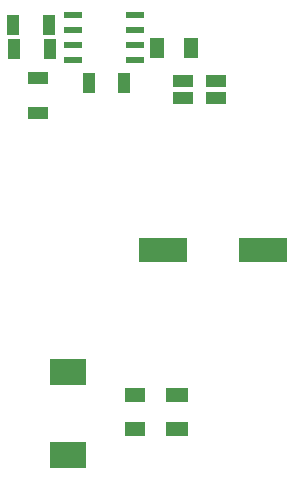
<source format=gbp>
G04*
G04 #@! TF.GenerationSoftware,Altium Limited,Altium Designer,22.2.1 (43)*
G04*
G04 Layer_Color=128*
%FSLAX25Y25*%
%MOIN*%
G70*
G04*
G04 #@! TF.SameCoordinates,5435AC76-14FC-4701-A4E6-3609E34239AB*
G04*
G04*
G04 #@! TF.FilePolarity,Positive*
G04*
G01*
G75*
%ADD17R,0.04134X0.07087*%
%ADD20R,0.07087X0.04134*%
%ADD40R,0.16142X0.08268*%
%ADD41R,0.07480X0.05118*%
%ADD42R,0.05906X0.02362*%
%ADD43R,0.06890X0.04331*%
%ADD44R,0.04724X0.07087*%
%ADD45R,0.07087X0.04724*%
%ADD46R,0.12402X0.08661*%
D17*
X88976Y167717D02*
D03*
X77165D02*
D03*
X51968Y187008D02*
D03*
X63779D02*
D03*
X52362Y178740D02*
D03*
X64173D02*
D03*
D20*
X60236Y169291D02*
D03*
Y157480D02*
D03*
D40*
X101772Y111811D02*
D03*
X135236D02*
D03*
D41*
X106693Y63583D02*
D03*
Y52165D02*
D03*
D42*
X71850Y175177D02*
D03*
Y180177D02*
D03*
Y185177D02*
D03*
Y190177D02*
D03*
X92716D02*
D03*
Y185177D02*
D03*
Y180177D02*
D03*
Y175177D02*
D03*
D43*
X108661Y162598D02*
D03*
X119488Y168110D02*
D03*
X108661D02*
D03*
X119488Y162598D02*
D03*
D44*
X99803Y179134D02*
D03*
X111221D02*
D03*
D45*
X92520Y63583D02*
D03*
Y52165D02*
D03*
D46*
X70079Y71260D02*
D03*
Y43701D02*
D03*
M02*

</source>
